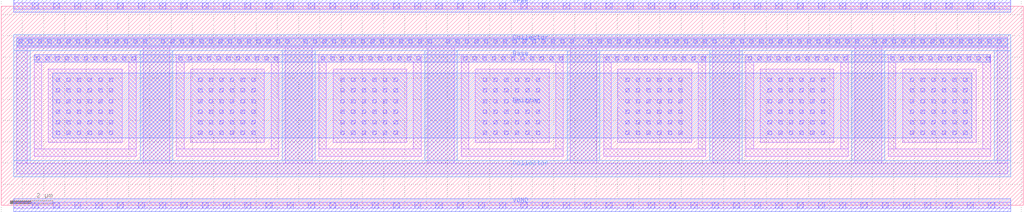
<source format=lef>
VERSION 5.7 ;
  NOWIREEXTENSIONATPIN ON ;
  DIVIDERCHAR "/" ;
  BUSBITCHARS "[]" ;
MACRO sky130_asc_pnp_05v5_W3p40L3p40_7
  CLASS CORE ;
  FOREIGN sky130_asc_pnp_05v5_W3p40L3p40_7 ;
  ORIGIN 0.000 0.000 ;
  SIZE 48.100 BY 9.400 ;
  SITE unitasc ;
  PIN Emitter
    DIRECTION INOUT ;
    ANTENNADIFFAREA 80.919998 ;
    PORT
      LAYER met1 ;
        RECT 2.420 3.170 45.680 6.230 ;
    END
  END Emitter
  PIN Base
    DIRECTION INOUT ;
    ANTENNAGATEAREA 187.102295 ;
    ANTENNADIFFAREA 44.855999 ;
    PORT
      LAYER met1 ;
        RECT 1.550 6.750 46.550 7.100 ;
    END
  END Base
  PIN Collector
    DIRECTION INOUT ;
    ANTENNADIFFAREA 93.967300 ;
    PORT
      LAYER pwell ;
        RECT 0.600 7.285 47.500 8.050 ;
        RECT 0.600 2.115 1.365 7.285 ;
        RECT 6.535 2.115 8.065 7.285 ;
        RECT 13.235 2.115 14.765 7.285 ;
        RECT 19.935 2.115 21.465 7.285 ;
        RECT 26.635 2.115 28.165 7.285 ;
        RECT 33.335 2.115 34.865 7.285 ;
        RECT 40.035 2.115 41.565 7.285 ;
        RECT 46.735 2.115 47.500 7.285 ;
        RECT 0.600 1.350 47.500 2.115 ;
      LAYER met1 ;
        RECT 0.730 7.500 47.370 7.850 ;
    END
  END Collector
  PIN VPWR
    DIRECTION INOUT ;
    USE POWER ;
    PORT
      LAYER met1 ;
        RECT 0.600 9.100 47.500 9.700 ;
    END
  END VPWR
  PIN VGND
    DIRECTION INOUT ;
    USE GROUND ;
    PORT
      LAYER met1 ;
        RECT 0.600 -0.300 47.500 0.300 ;
    END
  END VGND
  OBS
      LAYER li1 ;
        RECT 0.600 9.250 47.500 9.550 ;
        RECT 0.730 7.425 47.370 7.920 ;
        RECT 0.730 1.975 1.225 7.425 ;
        RECT 1.545 6.745 6.355 7.105 ;
        RECT 1.545 2.655 1.905 6.745 ;
        RECT 2.215 2.965 5.685 6.435 ;
        RECT 5.995 2.655 6.355 6.745 ;
        RECT 1.545 2.295 6.355 2.655 ;
        RECT 6.675 1.975 7.925 7.425 ;
        RECT 8.245 6.745 13.055 7.105 ;
        RECT 8.245 2.655 8.605 6.745 ;
        RECT 8.915 2.965 12.385 6.435 ;
        RECT 12.695 2.655 13.055 6.745 ;
        RECT 8.245 2.295 13.055 2.655 ;
        RECT 13.375 1.975 14.625 7.425 ;
        RECT 14.945 6.745 19.755 7.105 ;
        RECT 14.945 2.655 15.305 6.745 ;
        RECT 15.615 2.965 19.085 6.435 ;
        RECT 19.395 2.655 19.755 6.745 ;
        RECT 14.945 2.295 19.755 2.655 ;
        RECT 20.075 1.975 21.325 7.425 ;
        RECT 21.645 6.745 26.455 7.105 ;
        RECT 21.645 2.655 22.005 6.745 ;
        RECT 22.315 2.965 25.785 6.435 ;
        RECT 26.095 2.655 26.455 6.745 ;
        RECT 21.645 2.295 26.455 2.655 ;
        RECT 26.775 1.975 28.025 7.425 ;
        RECT 28.345 6.745 33.155 7.105 ;
        RECT 28.345 2.655 28.705 6.745 ;
        RECT 29.015 2.965 32.485 6.435 ;
        RECT 32.795 2.655 33.155 6.745 ;
        RECT 28.345 2.295 33.155 2.655 ;
        RECT 33.475 1.975 34.725 7.425 ;
        RECT 35.045 6.745 39.855 7.105 ;
        RECT 35.045 2.655 35.405 6.745 ;
        RECT 35.715 2.965 39.185 6.435 ;
        RECT 39.495 2.655 39.855 6.745 ;
        RECT 35.045 2.295 39.855 2.655 ;
        RECT 40.175 1.975 41.425 7.425 ;
        RECT 41.745 6.745 46.555 7.105 ;
        RECT 41.745 2.655 42.105 6.745 ;
        RECT 42.415 2.965 45.885 6.435 ;
        RECT 46.195 2.655 46.555 6.745 ;
        RECT 41.745 2.295 46.555 2.655 ;
        RECT 46.875 1.975 47.370 7.425 ;
        RECT 0.730 1.480 47.370 1.975 ;
        RECT 0.600 -0.150 47.500 0.150 ;
      LAYER mcon ;
        RECT 1.450 9.250 1.750 9.550 ;
        RECT 2.450 9.250 2.750 9.550 ;
        RECT 3.450 9.250 3.750 9.550 ;
        RECT 4.450 9.250 4.750 9.550 ;
        RECT 5.450 9.250 5.750 9.550 ;
        RECT 6.450 9.250 6.750 9.550 ;
        RECT 7.450 9.250 7.750 9.550 ;
        RECT 8.450 9.250 8.750 9.550 ;
        RECT 9.450 9.250 9.750 9.550 ;
        RECT 10.450 9.250 10.750 9.550 ;
        RECT 11.450 9.250 11.750 9.550 ;
        RECT 12.450 9.250 12.750 9.550 ;
        RECT 13.450 9.250 13.750 9.550 ;
        RECT 14.450 9.250 14.750 9.550 ;
        RECT 15.450 9.250 15.750 9.550 ;
        RECT 16.450 9.250 16.750 9.550 ;
        RECT 17.450 9.250 17.750 9.550 ;
        RECT 18.450 9.250 18.750 9.550 ;
        RECT 19.450 9.250 19.750 9.550 ;
        RECT 20.450 9.250 20.750 9.550 ;
        RECT 21.450 9.250 21.750 9.550 ;
        RECT 22.450 9.250 22.750 9.550 ;
        RECT 23.450 9.250 23.750 9.550 ;
        RECT 24.450 9.250 24.750 9.550 ;
        RECT 25.450 9.250 25.750 9.550 ;
        RECT 26.450 9.250 26.750 9.550 ;
        RECT 27.450 9.250 27.750 9.550 ;
        RECT 28.450 9.250 28.750 9.550 ;
        RECT 29.450 9.250 29.750 9.550 ;
        RECT 30.450 9.250 30.750 9.550 ;
        RECT 31.450 9.250 31.750 9.550 ;
        RECT 32.450 9.250 32.750 9.550 ;
        RECT 33.450 9.250 33.750 9.550 ;
        RECT 34.450 9.250 34.750 9.550 ;
        RECT 35.450 9.250 35.750 9.550 ;
        RECT 36.450 9.250 36.750 9.550 ;
        RECT 37.450 9.250 37.750 9.550 ;
        RECT 38.450 9.250 38.750 9.550 ;
        RECT 39.450 9.250 39.750 9.550 ;
        RECT 40.450 9.250 40.750 9.550 ;
        RECT 41.450 9.250 41.750 9.550 ;
        RECT 42.450 9.250 42.750 9.550 ;
        RECT 43.450 9.250 43.750 9.550 ;
        RECT 44.450 9.250 44.750 9.550 ;
        RECT 45.450 9.250 45.750 9.550 ;
        RECT 46.450 9.250 46.750 9.550 ;
        RECT 0.830 7.650 1.000 7.820 ;
        RECT 1.280 7.650 1.450 7.820 ;
        RECT 1.730 7.650 1.900 7.820 ;
        RECT 2.180 7.650 2.350 7.820 ;
        RECT 2.630 7.650 2.800 7.820 ;
        RECT 3.080 7.650 3.250 7.820 ;
        RECT 3.530 7.650 3.700 7.820 ;
        RECT 3.980 7.650 4.150 7.820 ;
        RECT 4.430 7.650 4.600 7.820 ;
        RECT 4.880 7.650 5.050 7.820 ;
        RECT 5.330 7.650 5.500 7.820 ;
        RECT 5.780 7.650 5.950 7.820 ;
        RECT 6.230 7.650 6.400 7.820 ;
        RECT 6.680 7.650 6.850 7.820 ;
        RECT 7.530 7.650 7.700 7.820 ;
        RECT 7.980 7.650 8.150 7.820 ;
        RECT 8.430 7.650 8.600 7.820 ;
        RECT 8.880 7.650 9.050 7.820 ;
        RECT 9.330 7.650 9.500 7.820 ;
        RECT 9.780 7.650 9.950 7.820 ;
        RECT 10.230 7.650 10.400 7.820 ;
        RECT 10.680 7.650 10.850 7.820 ;
        RECT 11.130 7.650 11.300 7.820 ;
        RECT 11.580 7.650 11.750 7.820 ;
        RECT 12.030 7.650 12.200 7.820 ;
        RECT 12.480 7.650 12.650 7.820 ;
        RECT 12.930 7.650 13.100 7.820 ;
        RECT 13.380 7.650 13.550 7.820 ;
        RECT 14.230 7.650 14.400 7.820 ;
        RECT 14.680 7.650 14.850 7.820 ;
        RECT 15.130 7.650 15.300 7.820 ;
        RECT 15.580 7.650 15.750 7.820 ;
        RECT 16.030 7.650 16.200 7.820 ;
        RECT 16.480 7.650 16.650 7.820 ;
        RECT 16.930 7.650 17.100 7.820 ;
        RECT 17.380 7.650 17.550 7.820 ;
        RECT 17.830 7.650 18.000 7.820 ;
        RECT 18.280 7.650 18.450 7.820 ;
        RECT 18.730 7.650 18.900 7.820 ;
        RECT 19.180 7.650 19.350 7.820 ;
        RECT 19.630 7.650 19.800 7.820 ;
        RECT 20.080 7.650 20.250 7.820 ;
        RECT 20.930 7.650 21.100 7.820 ;
        RECT 21.380 7.650 21.550 7.820 ;
        RECT 21.830 7.650 22.000 7.820 ;
        RECT 22.280 7.650 22.450 7.820 ;
        RECT 22.730 7.650 22.900 7.820 ;
        RECT 23.180 7.650 23.350 7.820 ;
        RECT 23.630 7.650 23.800 7.820 ;
        RECT 24.080 7.650 24.250 7.820 ;
        RECT 24.530 7.650 24.700 7.820 ;
        RECT 24.980 7.650 25.150 7.820 ;
        RECT 25.430 7.650 25.600 7.820 ;
        RECT 25.880 7.650 26.050 7.820 ;
        RECT 26.330 7.650 26.500 7.820 ;
        RECT 26.780 7.650 26.950 7.820 ;
        RECT 27.630 7.650 27.800 7.820 ;
        RECT 28.080 7.650 28.250 7.820 ;
        RECT 28.530 7.650 28.700 7.820 ;
        RECT 28.980 7.650 29.150 7.820 ;
        RECT 29.430 7.650 29.600 7.820 ;
        RECT 29.880 7.650 30.050 7.820 ;
        RECT 30.330 7.650 30.500 7.820 ;
        RECT 30.780 7.650 30.950 7.820 ;
        RECT 31.230 7.650 31.400 7.820 ;
        RECT 31.680 7.650 31.850 7.820 ;
        RECT 32.130 7.650 32.300 7.820 ;
        RECT 32.580 7.650 32.750 7.820 ;
        RECT 33.030 7.650 33.200 7.820 ;
        RECT 33.480 7.650 33.650 7.820 ;
        RECT 34.330 7.650 34.500 7.820 ;
        RECT 34.780 7.650 34.950 7.820 ;
        RECT 35.230 7.650 35.400 7.820 ;
        RECT 35.680 7.650 35.850 7.820 ;
        RECT 36.130 7.650 36.300 7.820 ;
        RECT 36.580 7.650 36.750 7.820 ;
        RECT 37.030 7.650 37.200 7.820 ;
        RECT 37.480 7.650 37.650 7.820 ;
        RECT 37.930 7.650 38.100 7.820 ;
        RECT 38.380 7.650 38.550 7.820 ;
        RECT 38.830 7.650 39.000 7.820 ;
        RECT 39.280 7.650 39.450 7.820 ;
        RECT 39.730 7.650 39.900 7.820 ;
        RECT 40.180 7.650 40.350 7.820 ;
        RECT 41.030 7.650 41.200 7.820 ;
        RECT 41.480 7.650 41.650 7.820 ;
        RECT 41.930 7.650 42.100 7.820 ;
        RECT 42.380 7.650 42.550 7.820 ;
        RECT 42.830 7.650 43.000 7.820 ;
        RECT 43.280 7.650 43.450 7.820 ;
        RECT 43.730 7.650 43.900 7.820 ;
        RECT 44.180 7.650 44.350 7.820 ;
        RECT 44.630 7.650 44.800 7.820 ;
        RECT 45.080 7.650 45.250 7.820 ;
        RECT 45.530 7.650 45.700 7.820 ;
        RECT 45.980 7.650 46.150 7.820 ;
        RECT 46.430 7.650 46.600 7.820 ;
        RECT 46.880 7.650 47.050 7.820 ;
        RECT 1.650 6.850 1.820 7.020 ;
        RECT 2.100 6.850 2.270 7.020 ;
        RECT 2.550 6.850 2.720 7.020 ;
        RECT 3.000 6.850 3.170 7.020 ;
        RECT 3.450 6.850 3.620 7.020 ;
        RECT 3.900 6.850 4.070 7.020 ;
        RECT 4.350 6.850 4.520 7.020 ;
        RECT 4.800 6.850 4.970 7.020 ;
        RECT 5.250 6.850 5.420 7.020 ;
        RECT 5.700 6.850 5.870 7.020 ;
        RECT 6.150 6.850 6.320 7.020 ;
        RECT 2.580 5.830 2.750 6.000 ;
        RECT 3.080 5.830 3.250 6.000 ;
        RECT 3.580 5.830 3.750 6.000 ;
        RECT 4.080 5.830 4.250 6.000 ;
        RECT 4.580 5.830 4.750 6.000 ;
        RECT 5.080 5.830 5.250 6.000 ;
        RECT 2.580 5.330 2.750 5.500 ;
        RECT 3.080 5.330 3.250 5.500 ;
        RECT 3.580 5.330 3.750 5.500 ;
        RECT 4.080 5.330 4.250 5.500 ;
        RECT 4.580 5.330 4.750 5.500 ;
        RECT 5.080 5.330 5.250 5.500 ;
        RECT 2.580 4.830 2.750 5.000 ;
        RECT 3.080 4.830 3.250 5.000 ;
        RECT 3.580 4.830 3.750 5.000 ;
        RECT 4.080 4.830 4.250 5.000 ;
        RECT 4.580 4.830 4.750 5.000 ;
        RECT 5.080 4.830 5.250 5.000 ;
        RECT 2.580 4.330 2.750 4.500 ;
        RECT 3.080 4.330 3.250 4.500 ;
        RECT 3.580 4.330 3.750 4.500 ;
        RECT 4.080 4.330 4.250 4.500 ;
        RECT 4.580 4.330 4.750 4.500 ;
        RECT 5.080 4.330 5.250 4.500 ;
        RECT 2.580 3.830 2.750 4.000 ;
        RECT 3.080 3.830 3.250 4.000 ;
        RECT 3.580 3.830 3.750 4.000 ;
        RECT 4.080 3.830 4.250 4.000 ;
        RECT 4.580 3.830 4.750 4.000 ;
        RECT 5.080 3.830 5.250 4.000 ;
        RECT 2.580 3.330 2.750 3.500 ;
        RECT 3.080 3.330 3.250 3.500 ;
        RECT 3.580 3.330 3.750 3.500 ;
        RECT 4.080 3.330 4.250 3.500 ;
        RECT 4.580 3.330 4.750 3.500 ;
        RECT 5.080 3.330 5.250 3.500 ;
        RECT 8.350 6.850 8.520 7.020 ;
        RECT 8.800 6.850 8.970 7.020 ;
        RECT 9.250 6.850 9.420 7.020 ;
        RECT 9.700 6.850 9.870 7.020 ;
        RECT 10.150 6.850 10.320 7.020 ;
        RECT 10.600 6.850 10.770 7.020 ;
        RECT 11.050 6.850 11.220 7.020 ;
        RECT 11.500 6.850 11.670 7.020 ;
        RECT 11.950 6.850 12.120 7.020 ;
        RECT 12.400 6.850 12.570 7.020 ;
        RECT 12.850 6.850 13.020 7.020 ;
        RECT 9.280 5.830 9.450 6.000 ;
        RECT 9.780 5.830 9.950 6.000 ;
        RECT 10.280 5.830 10.450 6.000 ;
        RECT 10.780 5.830 10.950 6.000 ;
        RECT 11.280 5.830 11.450 6.000 ;
        RECT 11.780 5.830 11.950 6.000 ;
        RECT 9.280 5.330 9.450 5.500 ;
        RECT 9.780 5.330 9.950 5.500 ;
        RECT 10.280 5.330 10.450 5.500 ;
        RECT 10.780 5.330 10.950 5.500 ;
        RECT 11.280 5.330 11.450 5.500 ;
        RECT 11.780 5.330 11.950 5.500 ;
        RECT 9.280 4.830 9.450 5.000 ;
        RECT 9.780 4.830 9.950 5.000 ;
        RECT 10.280 4.830 10.450 5.000 ;
        RECT 10.780 4.830 10.950 5.000 ;
        RECT 11.280 4.830 11.450 5.000 ;
        RECT 11.780 4.830 11.950 5.000 ;
        RECT 9.280 4.330 9.450 4.500 ;
        RECT 9.780 4.330 9.950 4.500 ;
        RECT 10.280 4.330 10.450 4.500 ;
        RECT 10.780 4.330 10.950 4.500 ;
        RECT 11.280 4.330 11.450 4.500 ;
        RECT 11.780 4.330 11.950 4.500 ;
        RECT 9.280 3.830 9.450 4.000 ;
        RECT 9.780 3.830 9.950 4.000 ;
        RECT 10.280 3.830 10.450 4.000 ;
        RECT 10.780 3.830 10.950 4.000 ;
        RECT 11.280 3.830 11.450 4.000 ;
        RECT 11.780 3.830 11.950 4.000 ;
        RECT 9.280 3.330 9.450 3.500 ;
        RECT 9.780 3.330 9.950 3.500 ;
        RECT 10.280 3.330 10.450 3.500 ;
        RECT 10.780 3.330 10.950 3.500 ;
        RECT 11.280 3.330 11.450 3.500 ;
        RECT 11.780 3.330 11.950 3.500 ;
        RECT 15.050 6.850 15.220 7.020 ;
        RECT 15.500 6.850 15.670 7.020 ;
        RECT 15.950 6.850 16.120 7.020 ;
        RECT 16.400 6.850 16.570 7.020 ;
        RECT 16.850 6.850 17.020 7.020 ;
        RECT 17.300 6.850 17.470 7.020 ;
        RECT 17.750 6.850 17.920 7.020 ;
        RECT 18.200 6.850 18.370 7.020 ;
        RECT 18.650 6.850 18.820 7.020 ;
        RECT 19.100 6.850 19.270 7.020 ;
        RECT 19.550 6.850 19.720 7.020 ;
        RECT 15.980 5.830 16.150 6.000 ;
        RECT 16.480 5.830 16.650 6.000 ;
        RECT 16.980 5.830 17.150 6.000 ;
        RECT 17.480 5.830 17.650 6.000 ;
        RECT 17.980 5.830 18.150 6.000 ;
        RECT 18.480 5.830 18.650 6.000 ;
        RECT 15.980 5.330 16.150 5.500 ;
        RECT 16.480 5.330 16.650 5.500 ;
        RECT 16.980 5.330 17.150 5.500 ;
        RECT 17.480 5.330 17.650 5.500 ;
        RECT 17.980 5.330 18.150 5.500 ;
        RECT 18.480 5.330 18.650 5.500 ;
        RECT 15.980 4.830 16.150 5.000 ;
        RECT 16.480 4.830 16.650 5.000 ;
        RECT 16.980 4.830 17.150 5.000 ;
        RECT 17.480 4.830 17.650 5.000 ;
        RECT 17.980 4.830 18.150 5.000 ;
        RECT 18.480 4.830 18.650 5.000 ;
        RECT 15.980 4.330 16.150 4.500 ;
        RECT 16.480 4.330 16.650 4.500 ;
        RECT 16.980 4.330 17.150 4.500 ;
        RECT 17.480 4.330 17.650 4.500 ;
        RECT 17.980 4.330 18.150 4.500 ;
        RECT 18.480 4.330 18.650 4.500 ;
        RECT 15.980 3.830 16.150 4.000 ;
        RECT 16.480 3.830 16.650 4.000 ;
        RECT 16.980 3.830 17.150 4.000 ;
        RECT 17.480 3.830 17.650 4.000 ;
        RECT 17.980 3.830 18.150 4.000 ;
        RECT 18.480 3.830 18.650 4.000 ;
        RECT 15.980 3.330 16.150 3.500 ;
        RECT 16.480 3.330 16.650 3.500 ;
        RECT 16.980 3.330 17.150 3.500 ;
        RECT 17.480 3.330 17.650 3.500 ;
        RECT 17.980 3.330 18.150 3.500 ;
        RECT 18.480 3.330 18.650 3.500 ;
        RECT 21.750 6.850 21.920 7.020 ;
        RECT 22.200 6.850 22.370 7.020 ;
        RECT 22.650 6.850 22.820 7.020 ;
        RECT 23.100 6.850 23.270 7.020 ;
        RECT 23.550 6.850 23.720 7.020 ;
        RECT 24.000 6.850 24.170 7.020 ;
        RECT 24.450 6.850 24.620 7.020 ;
        RECT 24.900 6.850 25.070 7.020 ;
        RECT 25.350 6.850 25.520 7.020 ;
        RECT 25.800 6.850 25.970 7.020 ;
        RECT 26.250 6.850 26.420 7.020 ;
        RECT 22.680 5.830 22.850 6.000 ;
        RECT 23.180 5.830 23.350 6.000 ;
        RECT 23.680 5.830 23.850 6.000 ;
        RECT 24.180 5.830 24.350 6.000 ;
        RECT 24.680 5.830 24.850 6.000 ;
        RECT 25.180 5.830 25.350 6.000 ;
        RECT 22.680 5.330 22.850 5.500 ;
        RECT 23.180 5.330 23.350 5.500 ;
        RECT 23.680 5.330 23.850 5.500 ;
        RECT 24.180 5.330 24.350 5.500 ;
        RECT 24.680 5.330 24.850 5.500 ;
        RECT 25.180 5.330 25.350 5.500 ;
        RECT 22.680 4.830 22.850 5.000 ;
        RECT 23.180 4.830 23.350 5.000 ;
        RECT 23.680 4.830 23.850 5.000 ;
        RECT 24.180 4.830 24.350 5.000 ;
        RECT 24.680 4.830 24.850 5.000 ;
        RECT 25.180 4.830 25.350 5.000 ;
        RECT 22.680 4.330 22.850 4.500 ;
        RECT 23.180 4.330 23.350 4.500 ;
        RECT 23.680 4.330 23.850 4.500 ;
        RECT 24.180 4.330 24.350 4.500 ;
        RECT 24.680 4.330 24.850 4.500 ;
        RECT 25.180 4.330 25.350 4.500 ;
        RECT 22.680 3.830 22.850 4.000 ;
        RECT 23.180 3.830 23.350 4.000 ;
        RECT 23.680 3.830 23.850 4.000 ;
        RECT 24.180 3.830 24.350 4.000 ;
        RECT 24.680 3.830 24.850 4.000 ;
        RECT 25.180 3.830 25.350 4.000 ;
        RECT 22.680 3.330 22.850 3.500 ;
        RECT 23.180 3.330 23.350 3.500 ;
        RECT 23.680 3.330 23.850 3.500 ;
        RECT 24.180 3.330 24.350 3.500 ;
        RECT 24.680 3.330 24.850 3.500 ;
        RECT 25.180 3.330 25.350 3.500 ;
        RECT 28.450 6.850 28.620 7.020 ;
        RECT 28.900 6.850 29.070 7.020 ;
        RECT 29.350 6.850 29.520 7.020 ;
        RECT 29.800 6.850 29.970 7.020 ;
        RECT 30.250 6.850 30.420 7.020 ;
        RECT 30.700 6.850 30.870 7.020 ;
        RECT 31.150 6.850 31.320 7.020 ;
        RECT 31.600 6.850 31.770 7.020 ;
        RECT 32.050 6.850 32.220 7.020 ;
        RECT 32.500 6.850 32.670 7.020 ;
        RECT 32.950 6.850 33.120 7.020 ;
        RECT 29.380 5.830 29.550 6.000 ;
        RECT 29.880 5.830 30.050 6.000 ;
        RECT 30.380 5.830 30.550 6.000 ;
        RECT 30.880 5.830 31.050 6.000 ;
        RECT 31.380 5.830 31.550 6.000 ;
        RECT 31.880 5.830 32.050 6.000 ;
        RECT 29.380 5.330 29.550 5.500 ;
        RECT 29.880 5.330 30.050 5.500 ;
        RECT 30.380 5.330 30.550 5.500 ;
        RECT 30.880 5.330 31.050 5.500 ;
        RECT 31.380 5.330 31.550 5.500 ;
        RECT 31.880 5.330 32.050 5.500 ;
        RECT 29.380 4.830 29.550 5.000 ;
        RECT 29.880 4.830 30.050 5.000 ;
        RECT 30.380 4.830 30.550 5.000 ;
        RECT 30.880 4.830 31.050 5.000 ;
        RECT 31.380 4.830 31.550 5.000 ;
        RECT 31.880 4.830 32.050 5.000 ;
        RECT 29.380 4.330 29.550 4.500 ;
        RECT 29.880 4.330 30.050 4.500 ;
        RECT 30.380 4.330 30.550 4.500 ;
        RECT 30.880 4.330 31.050 4.500 ;
        RECT 31.380 4.330 31.550 4.500 ;
        RECT 31.880 4.330 32.050 4.500 ;
        RECT 29.380 3.830 29.550 4.000 ;
        RECT 29.880 3.830 30.050 4.000 ;
        RECT 30.380 3.830 30.550 4.000 ;
        RECT 30.880 3.830 31.050 4.000 ;
        RECT 31.380 3.830 31.550 4.000 ;
        RECT 31.880 3.830 32.050 4.000 ;
        RECT 29.380 3.330 29.550 3.500 ;
        RECT 29.880 3.330 30.050 3.500 ;
        RECT 30.380 3.330 30.550 3.500 ;
        RECT 30.880 3.330 31.050 3.500 ;
        RECT 31.380 3.330 31.550 3.500 ;
        RECT 31.880 3.330 32.050 3.500 ;
        RECT 35.150 6.850 35.320 7.020 ;
        RECT 35.600 6.850 35.770 7.020 ;
        RECT 36.050 6.850 36.220 7.020 ;
        RECT 36.500 6.850 36.670 7.020 ;
        RECT 36.950 6.850 37.120 7.020 ;
        RECT 37.400 6.850 37.570 7.020 ;
        RECT 37.850 6.850 38.020 7.020 ;
        RECT 38.300 6.850 38.470 7.020 ;
        RECT 38.750 6.850 38.920 7.020 ;
        RECT 39.200 6.850 39.370 7.020 ;
        RECT 39.650 6.850 39.820 7.020 ;
        RECT 36.080 5.830 36.250 6.000 ;
        RECT 36.580 5.830 36.750 6.000 ;
        RECT 37.080 5.830 37.250 6.000 ;
        RECT 37.580 5.830 37.750 6.000 ;
        RECT 38.080 5.830 38.250 6.000 ;
        RECT 38.580 5.830 38.750 6.000 ;
        RECT 36.080 5.330 36.250 5.500 ;
        RECT 36.580 5.330 36.750 5.500 ;
        RECT 37.080 5.330 37.250 5.500 ;
        RECT 37.580 5.330 37.750 5.500 ;
        RECT 38.080 5.330 38.250 5.500 ;
        RECT 38.580 5.330 38.750 5.500 ;
        RECT 36.080 4.830 36.250 5.000 ;
        RECT 36.580 4.830 36.750 5.000 ;
        RECT 37.080 4.830 37.250 5.000 ;
        RECT 37.580 4.830 37.750 5.000 ;
        RECT 38.080 4.830 38.250 5.000 ;
        RECT 38.580 4.830 38.750 5.000 ;
        RECT 36.080 4.330 36.250 4.500 ;
        RECT 36.580 4.330 36.750 4.500 ;
        RECT 37.080 4.330 37.250 4.500 ;
        RECT 37.580 4.330 37.750 4.500 ;
        RECT 38.080 4.330 38.250 4.500 ;
        RECT 38.580 4.330 38.750 4.500 ;
        RECT 36.080 3.830 36.250 4.000 ;
        RECT 36.580 3.830 36.750 4.000 ;
        RECT 37.080 3.830 37.250 4.000 ;
        RECT 37.580 3.830 37.750 4.000 ;
        RECT 38.080 3.830 38.250 4.000 ;
        RECT 38.580 3.830 38.750 4.000 ;
        RECT 36.080 3.330 36.250 3.500 ;
        RECT 36.580 3.330 36.750 3.500 ;
        RECT 37.080 3.330 37.250 3.500 ;
        RECT 37.580 3.330 37.750 3.500 ;
        RECT 38.080 3.330 38.250 3.500 ;
        RECT 38.580 3.330 38.750 3.500 ;
        RECT 41.850 6.850 42.020 7.020 ;
        RECT 42.300 6.850 42.470 7.020 ;
        RECT 42.750 6.850 42.920 7.020 ;
        RECT 43.200 6.850 43.370 7.020 ;
        RECT 43.650 6.850 43.820 7.020 ;
        RECT 44.100 6.850 44.270 7.020 ;
        RECT 44.550 6.850 44.720 7.020 ;
        RECT 45.000 6.850 45.170 7.020 ;
        RECT 45.450 6.850 45.620 7.020 ;
        RECT 45.900 6.850 46.070 7.020 ;
        RECT 46.350 6.850 46.520 7.020 ;
        RECT 42.780 5.830 42.950 6.000 ;
        RECT 43.280 5.830 43.450 6.000 ;
        RECT 43.780 5.830 43.950 6.000 ;
        RECT 44.280 5.830 44.450 6.000 ;
        RECT 44.780 5.830 44.950 6.000 ;
        RECT 45.280 5.830 45.450 6.000 ;
        RECT 42.780 5.330 42.950 5.500 ;
        RECT 43.280 5.330 43.450 5.500 ;
        RECT 43.780 5.330 43.950 5.500 ;
        RECT 44.280 5.330 44.450 5.500 ;
        RECT 44.780 5.330 44.950 5.500 ;
        RECT 45.280 5.330 45.450 5.500 ;
        RECT 42.780 4.830 42.950 5.000 ;
        RECT 43.280 4.830 43.450 5.000 ;
        RECT 43.780 4.830 43.950 5.000 ;
        RECT 44.280 4.830 44.450 5.000 ;
        RECT 44.780 4.830 44.950 5.000 ;
        RECT 45.280 4.830 45.450 5.000 ;
        RECT 42.780 4.330 42.950 4.500 ;
        RECT 43.280 4.330 43.450 4.500 ;
        RECT 43.780 4.330 43.950 4.500 ;
        RECT 44.280 4.330 44.450 4.500 ;
        RECT 44.780 4.330 44.950 4.500 ;
        RECT 45.280 4.330 45.450 4.500 ;
        RECT 42.780 3.830 42.950 4.000 ;
        RECT 43.280 3.830 43.450 4.000 ;
        RECT 43.780 3.830 43.950 4.000 ;
        RECT 44.280 3.830 44.450 4.000 ;
        RECT 44.780 3.830 44.950 4.000 ;
        RECT 45.280 3.830 45.450 4.000 ;
        RECT 42.780 3.330 42.950 3.500 ;
        RECT 43.280 3.330 43.450 3.500 ;
        RECT 43.780 3.330 43.950 3.500 ;
        RECT 44.280 3.330 44.450 3.500 ;
        RECT 44.780 3.330 44.950 3.500 ;
        RECT 45.280 3.330 45.450 3.500 ;
        RECT 1.450 -0.150 1.750 0.150 ;
        RECT 2.450 -0.150 2.750 0.150 ;
        RECT 3.450 -0.150 3.750 0.150 ;
        RECT 4.450 -0.150 4.750 0.150 ;
        RECT 5.450 -0.150 5.750 0.150 ;
        RECT 6.450 -0.150 6.750 0.150 ;
        RECT 7.450 -0.150 7.750 0.150 ;
        RECT 8.450 -0.150 8.750 0.150 ;
        RECT 9.450 -0.150 9.750 0.150 ;
        RECT 10.450 -0.150 10.750 0.150 ;
        RECT 11.450 -0.150 11.750 0.150 ;
        RECT 12.450 -0.150 12.750 0.150 ;
        RECT 13.450 -0.150 13.750 0.150 ;
        RECT 14.450 -0.150 14.750 0.150 ;
        RECT 15.450 -0.150 15.750 0.150 ;
        RECT 16.450 -0.150 16.750 0.150 ;
        RECT 17.450 -0.150 17.750 0.150 ;
        RECT 18.450 -0.150 18.750 0.150 ;
        RECT 19.450 -0.150 19.750 0.150 ;
        RECT 20.450 -0.150 20.750 0.150 ;
        RECT 21.450 -0.150 21.750 0.150 ;
        RECT 22.450 -0.150 22.750 0.150 ;
        RECT 23.450 -0.150 23.750 0.150 ;
        RECT 24.450 -0.150 24.750 0.150 ;
        RECT 25.450 -0.150 25.750 0.150 ;
        RECT 26.450 -0.150 26.750 0.150 ;
        RECT 27.450 -0.150 27.750 0.150 ;
        RECT 28.450 -0.150 28.750 0.150 ;
        RECT 29.450 -0.150 29.750 0.150 ;
        RECT 30.450 -0.150 30.750 0.150 ;
        RECT 31.450 -0.150 31.750 0.150 ;
        RECT 32.450 -0.150 32.750 0.150 ;
        RECT 33.450 -0.150 33.750 0.150 ;
        RECT 34.450 -0.150 34.750 0.150 ;
        RECT 35.450 -0.150 35.750 0.150 ;
        RECT 36.450 -0.150 36.750 0.150 ;
        RECT 37.450 -0.150 37.750 0.150 ;
        RECT 38.450 -0.150 38.750 0.150 ;
        RECT 39.450 -0.150 39.750 0.150 ;
        RECT 40.450 -0.150 40.750 0.150 ;
        RECT 41.450 -0.150 41.750 0.150 ;
        RECT 42.450 -0.150 42.750 0.150 ;
        RECT 43.450 -0.150 43.750 0.150 ;
        RECT 44.450 -0.150 44.750 0.150 ;
        RECT 45.450 -0.150 45.750 0.150 ;
        RECT 46.450 -0.150 46.750 0.150 ;
  END
END sky130_asc_pnp_05v5_W3p40L3p40_7
END LIBRARY


</source>
